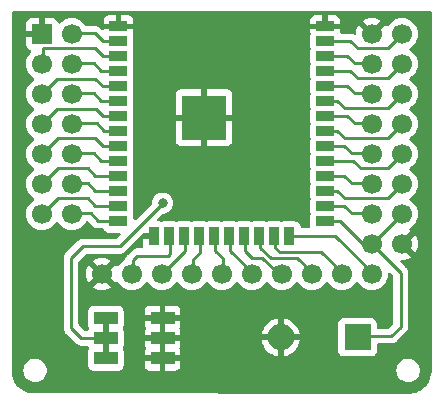
<source format=gbr>
%TF.GenerationSoftware,KiCad,Pcbnew,8.0.4*%
%TF.CreationDate,2024-08-06T00:37:43-04:00*%
%TF.ProjectId,ESP32-WROOM-Socket-Legacy-v2,45535033-322d-4575-924f-4f4d2d536f63,rev?*%
%TF.SameCoordinates,Original*%
%TF.FileFunction,Copper,L1,Top*%
%TF.FilePolarity,Positive*%
%FSLAX46Y46*%
G04 Gerber Fmt 4.6, Leading zero omitted, Abs format (unit mm)*
G04 Created by KiCad (PCBNEW 8.0.4) date 2024-08-06 00:37:43*
%MOMM*%
%LPD*%
G01*
G04 APERTURE LIST*
%TA.AperFunction,SMDPad,CuDef*%
%ADD10R,2.000000X1.100000*%
%TD*%
%TA.AperFunction,ComponentPad*%
%ADD11R,1.700000X1.700000*%
%TD*%
%TA.AperFunction,SMDPad,CuDef*%
%ADD12R,1.500000X0.900000*%
%TD*%
%TA.AperFunction,ComponentPad*%
%ADD13C,1.700000*%
%TD*%
%TA.AperFunction,SMDPad,CuDef*%
%ADD14R,0.900000X1.500000*%
%TD*%
%TA.AperFunction,SMDPad,CuDef*%
%ADD15R,3.800000X3.800000*%
%TD*%
%TA.AperFunction,SMDPad,CuDef*%
%ADD16R,2.250000X2.250000*%
%TD*%
%TA.AperFunction,SMDPad,CuDef*%
%ADD17O,2.250000X2.250000*%
%TD*%
%TA.AperFunction,ViaPad*%
%ADD18C,0.800000*%
%TD*%
%TA.AperFunction,Conductor*%
%ADD19C,0.250000*%
%TD*%
%TA.AperFunction,Conductor*%
%ADD20C,0.500000*%
%TD*%
G04 APERTURE END LIST*
D10*
%TO.P,D1,1,AB*%
%TO.N,Net-(D1-AB)*%
X150140000Y-105375000D03*
%TO.P,D1,2,KB*%
X150140000Y-107075000D03*
%TO.P,D1,3,AR*%
X150140000Y-108775000D03*
%TO.P,D1,4,KR*%
%TO.N,GND*%
X154940000Y-108775000D03*
%TO.P,D1,5,AG*%
X154940000Y-107075000D03*
%TO.P,D1,6,KR*%
X154940000Y-105375000D03*
%TD*%
D11*
%TO.P,U1,1,GND*%
%TO.N,GND*%
X144720000Y-81320000D03*
D12*
X151210000Y-80690000D03*
D13*
%TO.P,U1,2,VDD*%
%TO.N,+3V3*%
X147260000Y-81320000D03*
D12*
X151210000Y-81960000D03*
D13*
%TO.P,U1,3,EN*%
%TO.N,Net-(U1-EN)*%
X144720000Y-83860000D03*
D12*
X151210000Y-83230000D03*
D13*
%TO.P,U1,4,SENSOR_VP*%
%TO.N,unconnected-(U1-SENSOR_VP-Pad4)*%
X147260000Y-83860000D03*
D12*
X151210000Y-84500000D03*
D13*
%TO.P,U1,5,SENSOR_VN*%
%TO.N,unconnected-(U1-SENSOR_VN-Pad5)*%
X144720000Y-86400000D03*
D12*
X151210000Y-85770000D03*
D13*
%TO.P,U1,6,IO34*%
%TO.N,unconnected-(U1-IO34-Pad6)*%
X147260000Y-86400000D03*
D12*
X151210000Y-87040000D03*
D13*
%TO.P,U1,7,IO35*%
%TO.N,unconnected-(U1-IO35-Pad7)*%
X144720000Y-88940000D03*
D12*
X151210000Y-88310000D03*
D13*
%TO.P,U1,8,IO32*%
%TO.N,unconnected-(U1-IO32-Pad8)*%
X147260000Y-88940000D03*
D12*
X151210000Y-89580000D03*
D13*
%TO.P,U1,9,IO33*%
%TO.N,unconnected-(U1-IO33-Pad9)*%
X144720000Y-91480000D03*
D12*
X151210000Y-90850000D03*
D13*
%TO.P,U1,10,IO25*%
%TO.N,unconnected-(U1-IO25-Pad10)*%
X147260000Y-91480000D03*
D12*
X151210000Y-92120000D03*
D13*
%TO.P,U1,11,IO26*%
%TO.N,unconnected-(U1-IO26-Pad11)*%
X144720000Y-94020000D03*
D12*
X151210000Y-93390000D03*
D13*
%TO.P,U1,12,IO27*%
%TO.N,unconnected-(U1-IO27-Pad12)*%
X147260000Y-94020000D03*
D12*
X151210000Y-94660000D03*
D13*
%TO.P,U1,13,IO14*%
%TO.N,unconnected-(U1-IO14-Pad13)*%
X144720000Y-96560000D03*
D12*
X151210000Y-95930000D03*
D13*
%TO.P,U1,14,IO12*%
%TO.N,unconnected-(U1-IO12-Pad14)*%
X147260000Y-96560000D03*
D12*
X151210000Y-97200000D03*
D13*
%TO.P,U1,15,GND*%
%TO.N,GND*%
X149800000Y-101640000D03*
D14*
X154250000Y-98450000D03*
D13*
%TO.P,U1,16,IO13*%
%TO.N,unconnected-(U1-IO13-Pad16)*%
X152340000Y-101640000D03*
D14*
X155520000Y-98450000D03*
D13*
%TO.P,U1,17,SHD/SD2*%
%TO.N,unconnected-(U1-SHD{slash}SD2-Pad17)*%
X154880000Y-101640000D03*
D14*
X156790000Y-98450000D03*
D13*
%TO.P,U1,18,SWP/SD3*%
%TO.N,unconnected-(U1-SWP{slash}SD3-Pad18)*%
X157420000Y-101640000D03*
D14*
X158060000Y-98450000D03*
%TO.P,U1,19,SCS/CMD*%
%TO.N,unconnected-(U1-SCS{slash}CMD-Pad19)*%
X159330000Y-98450000D03*
D13*
X159960000Y-101640000D03*
D14*
%TO.P,U1,20,SCK/CLK*%
%TO.N,unconnected-(U1-SCK{slash}CLK-Pad20)*%
X160600000Y-98450000D03*
D13*
X162500000Y-101640000D03*
D14*
%TO.P,U1,21,SDO/SD0*%
%TO.N,unconnected-(U1-SDO{slash}SD0-Pad21)*%
X161870000Y-98450000D03*
D13*
X165040000Y-101640000D03*
D14*
%TO.P,U1,22,SDI/SD1*%
%TO.N,unconnected-(U1-SDI{slash}SD1-Pad22)*%
X163140000Y-98450000D03*
D13*
X167580000Y-101640000D03*
D14*
%TO.P,U1,23,IO15*%
%TO.N,unconnected-(U1-IO15-Pad23)*%
X164410000Y-98450000D03*
D13*
X170120000Y-101640000D03*
D14*
%TO.P,U1,24,IO2*%
%TO.N,unconnected-(U1-IO2-Pad24)*%
X165680000Y-98450000D03*
D13*
X172660000Y-101640000D03*
D12*
%TO.P,U1,25,IO0*%
%TO.N,/GPIO0*%
X168710000Y-97200000D03*
D13*
X172660000Y-99100000D03*
X175200000Y-96560000D03*
D12*
%TO.P,U1,26,IO4*%
%TO.N,unconnected-(U1-IO4-Pad26)*%
X168710000Y-95930000D03*
D13*
X172660000Y-96560000D03*
D12*
%TO.P,U1,27,IO16*%
%TO.N,unconnected-(U1-IO16-Pad27)*%
X168710000Y-94660000D03*
D13*
X175200000Y-94020000D03*
D12*
%TO.P,U1,28,IO17*%
%TO.N,unconnected-(U1-IO17-Pad28)*%
X168710000Y-93390000D03*
D13*
X172660000Y-94020000D03*
D12*
%TO.P,U1,29,IO5*%
%TO.N,unconnected-(U1-IO5-Pad29)*%
X168710000Y-92120000D03*
D13*
X175200000Y-91480000D03*
D12*
%TO.P,U1,30,IO18*%
%TO.N,unconnected-(U1-IO18-Pad30)*%
X168710000Y-90850000D03*
D13*
X172660000Y-91480000D03*
D12*
%TO.P,U1,31,IO19*%
%TO.N,unconnected-(U1-IO19-Pad31)*%
X168710000Y-89580000D03*
D13*
X175200000Y-88940000D03*
D12*
%TO.P,U1,32,NC*%
%TO.N,unconnected-(U1-NC-Pad32)*%
X168710000Y-88310000D03*
D13*
%TO.N,unconnected-(U1-NC-Pad32)_1*%
X172660000Y-88940000D03*
D12*
%TO.P,U1,33,IO21*%
%TO.N,unconnected-(U1-IO21-Pad33)*%
X168710000Y-87040000D03*
D13*
X175200000Y-86400000D03*
D12*
%TO.P,U1,34,RXD0/IO3*%
%TO.N,unconnected-(U1-RXD0{slash}IO3-Pad34)*%
X168710000Y-85770000D03*
D13*
X172660000Y-86400000D03*
D12*
%TO.P,U1,35,TXD0/IO1*%
%TO.N,unconnected-(U1-TXD0{slash}IO1-Pad35)*%
X168710000Y-84500000D03*
D13*
X175200000Y-83860000D03*
D12*
%TO.P,U1,36,IO22*%
%TO.N,unconnected-(U1-IO22-Pad36)*%
X168710000Y-83230000D03*
D13*
X172660000Y-83860000D03*
D12*
%TO.P,U1,37,IO23*%
%TO.N,unconnected-(U1-IO23-Pad37)*%
X168710000Y-81960000D03*
D13*
X175200000Y-81320000D03*
D12*
%TO.P,U1,38,GND*%
%TO.N,GND*%
X168710000Y-80690000D03*
D13*
X172660000Y-81320000D03*
X175200000Y-99100000D03*
D15*
%TO.P,U1,39,GND*%
X158460000Y-88410000D03*
%TD*%
D16*
%TO.P,SW2,1,1*%
%TO.N,/GPIO0*%
X171450000Y-107000000D03*
D17*
%TO.P,SW2,2,2*%
%TO.N,GND*%
X164950000Y-107000000D03*
%TD*%
D18*
%TO.N,Net-(D1-AB)*%
X154950000Y-95650000D03*
%TD*%
D19*
%TO.N,unconnected-(U1-SENSOR_VP-Pad4)*%
X147320000Y-83820000D02*
X149098000Y-83820000D01*
X149098000Y-83820000D02*
X149738000Y-84460000D01*
X149738000Y-84460000D02*
X151270000Y-84460000D01*
%TO.N,unconnected-(U1-SENSOR_VN-Pad5)*%
X144780000Y-86360000D02*
X146040000Y-85100000D01*
X149860000Y-85730000D02*
X151270000Y-85730000D01*
X149230000Y-85100000D02*
X149860000Y-85730000D01*
X146040000Y-85100000D02*
X149230000Y-85100000D01*
%TO.N,unconnected-(U1-IO34-Pad6)*%
X149098000Y-86360000D02*
X147320000Y-86360000D01*
X149738000Y-87000000D02*
X149098000Y-86360000D01*
X151270000Y-87000000D02*
X149738000Y-87000000D01*
%TO.N,unconnected-(U1-IO35-Pad7)*%
X145980000Y-87700000D02*
X149290000Y-87700000D01*
X149860000Y-88270000D02*
X151270000Y-88270000D01*
X144780000Y-88900000D02*
X145980000Y-87700000D01*
X149290000Y-87700000D02*
X149860000Y-88270000D01*
%TO.N,unconnected-(U1-IO32-Pad8)*%
X151270000Y-89540000D02*
X149992000Y-89540000D01*
X149352000Y-88900000D02*
X147320000Y-88900000D01*
X149992000Y-89540000D02*
X149352000Y-88900000D01*
%TO.N,unconnected-(U1-IO33-Pad9)*%
X149220000Y-90170000D02*
X149860000Y-90810000D01*
X146050000Y-90170000D02*
X149220000Y-90170000D01*
X144780000Y-91440000D02*
X146050000Y-90170000D01*
X149860000Y-90810000D02*
X151270000Y-90810000D01*
%TO.N,unconnected-(U1-IO25-Pad10)*%
X149738000Y-92080000D02*
X149098000Y-91440000D01*
X151270000Y-92080000D02*
X149738000Y-92080000D01*
X149098000Y-91440000D02*
X147320000Y-91440000D01*
%TO.N,unconnected-(U1-IO26-Pad11)*%
X148590000Y-92710000D02*
X146050000Y-92710000D01*
X149230000Y-93350000D02*
X148590000Y-92710000D01*
X146050000Y-92710000D02*
X144780000Y-93980000D01*
X151270000Y-93350000D02*
X149230000Y-93350000D01*
%TO.N,unconnected-(U1-IO27-Pad12)*%
X151270000Y-94620000D02*
X149230000Y-94620000D01*
X148590000Y-93980000D02*
X147320000Y-93980000D01*
X149230000Y-94620000D02*
X148590000Y-93980000D01*
%TO.N,unconnected-(U1-IO14-Pad13)*%
X144780000Y-96520000D02*
X146050000Y-95250000D01*
X146050000Y-95250000D02*
X148590000Y-95250000D01*
X149230000Y-95890000D02*
X151270000Y-95890000D01*
X148590000Y-95250000D02*
X149230000Y-95890000D01*
%TO.N,unconnected-(U1-IO12-Pad14)*%
X148844000Y-96520000D02*
X147320000Y-96520000D01*
X149484000Y-97160000D02*
X148844000Y-96520000D01*
X151270000Y-97160000D02*
X149484000Y-97160000D01*
%TO.N,unconnected-(U1-IO13-Pad16)*%
X152400000Y-101600000D02*
X152400000Y-100500000D01*
X155400000Y-100100000D02*
X155580000Y-99920000D01*
X152800000Y-100100000D02*
X155400000Y-100100000D01*
X155580000Y-99920000D02*
X155580000Y-98410000D01*
X152400000Y-100500000D02*
X152800000Y-100100000D01*
%TO.N,unconnected-(U1-SHD{slash}SD2-Pad17)*%
X154940000Y-101600000D02*
X156850000Y-99690000D01*
X156850000Y-99690000D02*
X156850000Y-98410000D01*
%TO.N,unconnected-(U1-SWP{slash}SD3-Pad18)*%
X157480000Y-100420000D02*
X158120000Y-99780000D01*
X158120000Y-99780000D02*
X158120000Y-98410000D01*
X157480000Y-101600000D02*
X157480000Y-100420000D01*
%TO.N,unconnected-(U1-SCS{slash}CMD-Pad19)*%
X160020000Y-101600000D02*
X160020000Y-100320000D01*
X159390000Y-99690000D02*
X159390000Y-98410000D01*
X160020000Y-100320000D02*
X159390000Y-99690000D01*
%TO.N,unconnected-(U1-SCK{slash}CLK-Pad20)*%
X162560000Y-101600000D02*
X160660000Y-99700000D01*
X160660000Y-99700000D02*
X160660000Y-98410000D01*
%TO.N,unconnected-(U1-SDO{slash}SD0-Pad21)*%
X163400000Y-100300000D02*
X162500000Y-100300000D01*
X161930000Y-99730000D02*
X161930000Y-98410000D01*
X164700000Y-101600000D02*
X163400000Y-100300000D01*
X165100000Y-101600000D02*
X164700000Y-101600000D01*
X162500000Y-100300000D02*
X161930000Y-99730000D01*
%TO.N,unconnected-(U1-SDI{slash}SD1-Pad22)*%
X164090000Y-100300000D02*
X166340000Y-100300000D01*
X163200000Y-98410000D02*
X163200000Y-99410000D01*
X166340000Y-100300000D02*
X167640000Y-101600000D01*
X163200000Y-99410000D02*
X164090000Y-100300000D01*
%TO.N,unconnected-(U1-IO15-Pad23)*%
X164470000Y-99410000D02*
X164860000Y-99800000D01*
X164470000Y-98410000D02*
X164470000Y-99410000D01*
X168380000Y-99800000D02*
X170180000Y-101600000D01*
X164860000Y-99800000D02*
X168380000Y-99800000D01*
%TO.N,unconnected-(U1-IO2-Pad24)*%
X169530000Y-98410000D02*
X172720000Y-101600000D01*
X165740000Y-98410000D02*
X169530000Y-98410000D01*
%TO.N,unconnected-(U1-IO4-Pad26)*%
X170942000Y-96520000D02*
X172720000Y-96520000D01*
X170312000Y-95890000D02*
X170942000Y-96520000D01*
X168770000Y-95890000D02*
X170312000Y-95890000D01*
%TO.N,unconnected-(U1-IO16-Pad27)*%
X173990000Y-95250000D02*
X175260000Y-93980000D01*
X169733000Y-94620000D02*
X170363000Y-95250000D01*
X170363000Y-95250000D02*
X173990000Y-95250000D01*
X168770000Y-94620000D02*
X169733000Y-94620000D01*
%TO.N,unconnected-(U1-IO17-Pad28)*%
X168770000Y-93350000D02*
X170312000Y-93350000D01*
X170942000Y-93980000D02*
X172720000Y-93980000D01*
X170312000Y-93350000D02*
X170942000Y-93980000D01*
%TO.N,unconnected-(U1-IO5-Pad29)*%
X171074000Y-92080000D02*
X171704000Y-92710000D01*
X173990000Y-92710000D02*
X175260000Y-91440000D01*
X168770000Y-92080000D02*
X171074000Y-92080000D01*
X171704000Y-92710000D02*
X173990000Y-92710000D01*
%TO.N,unconnected-(U1-IO18-Pad30)*%
X170942000Y-91440000D02*
X172720000Y-91440000D01*
X170312000Y-90810000D02*
X170942000Y-91440000D01*
X168770000Y-90810000D02*
X170312000Y-90810000D01*
%TO.N,unconnected-(U1-IO19-Pad31)*%
X173990000Y-90170000D02*
X175260000Y-88900000D01*
X168770000Y-89540000D02*
X169733000Y-89540000D01*
X170363000Y-90170000D02*
X173990000Y-90170000D01*
X169733000Y-89540000D02*
X170363000Y-90170000D01*
%TO.N,unconnected-(U1-NC-Pad32)*%
X171196000Y-88900000D02*
X172720000Y-88900000D01*
X168770000Y-88270000D02*
X170566000Y-88270000D01*
X170566000Y-88270000D02*
X171196000Y-88900000D01*
%TO.N,unconnected-(U1-IO21-Pad33)*%
X170363000Y-87630000D02*
X173990000Y-87630000D01*
X173990000Y-87630000D02*
X175260000Y-86360000D01*
X168770000Y-87000000D02*
X169733000Y-87000000D01*
X169733000Y-87000000D02*
X170363000Y-87630000D01*
%TO.N,unconnected-(U1-RXD0{slash}IO3-Pad34)*%
X168770000Y-85730000D02*
X170566000Y-85730000D01*
X170566000Y-85730000D02*
X171196000Y-86360000D01*
X171196000Y-86360000D02*
X172720000Y-86360000D01*
%TO.N,unconnected-(U1-TXD0{slash}IO1-Pad35)*%
X170820000Y-84460000D02*
X171450000Y-85090000D01*
X173990000Y-85090000D02*
X175260000Y-83820000D01*
X171450000Y-85090000D02*
X173990000Y-85090000D01*
X168770000Y-84460000D02*
X170820000Y-84460000D01*
%TO.N,unconnected-(U1-IO22-Pad36)*%
X168770000Y-83190000D02*
X170566000Y-83190000D01*
X170566000Y-83190000D02*
X171196000Y-83820000D01*
X171196000Y-83820000D02*
X172720000Y-83820000D01*
%TO.N,unconnected-(U1-IO23-Pad37)*%
X173990000Y-82550000D02*
X175260000Y-81280000D01*
X168770000Y-81920000D02*
X170820000Y-81920000D01*
X170820000Y-81920000D02*
X171450000Y-82550000D01*
X171450000Y-82550000D02*
X173990000Y-82550000D01*
%TO.N,+3V3*%
X149220000Y-81280000D02*
X149860000Y-81920000D01*
X151270000Y-81920000D02*
X149860000Y-81920000D01*
X147320000Y-81280000D02*
X149220000Y-81280000D01*
%TO.N,Net-(D1-AB)*%
X151300000Y-99300000D02*
X154950000Y-95650000D01*
X148200000Y-99300000D02*
X151300000Y-99300000D01*
X150140000Y-107075000D02*
X148075000Y-107075000D01*
D20*
X150140000Y-108775000D02*
X150140000Y-107075000D01*
D19*
X148075000Y-107075000D02*
X147200000Y-106200000D01*
D20*
X150140000Y-107075000D02*
X150140000Y-105375000D01*
D19*
X147200000Y-106200000D02*
X147200000Y-100300000D01*
X147200000Y-100300000D02*
X148200000Y-99300000D01*
%TO.N,Net-(U1-EN)*%
X149220000Y-82550000D02*
X144780000Y-82550000D01*
X149860000Y-83190000D02*
X149220000Y-82550000D01*
X151270000Y-83190000D02*
X149860000Y-83190000D01*
X144780000Y-82550000D02*
X144780000Y-83820000D01*
%TO.N,/GPIO0*%
X172660000Y-99100000D02*
X175100000Y-101540000D01*
X171826000Y-99060000D02*
X172720000Y-99060000D01*
X169926000Y-97160000D02*
X171826000Y-99060000D01*
X174300000Y-106900000D02*
X171600000Y-106900000D01*
X175100000Y-106100000D02*
X174300000Y-106900000D01*
X175100000Y-101540000D02*
X175100000Y-106100000D01*
X172720000Y-99060000D02*
X175260000Y-96520000D01*
X168770000Y-97160000D02*
X169926000Y-97160000D01*
%TD*%
%TA.AperFunction,Conductor*%
%TO.N,GND*%
G36*
X177683039Y-79409685D02*
G01*
X177728794Y-79462489D01*
X177740000Y-79514000D01*
X177740000Y-109798910D01*
X177739980Y-109801122D01*
X177737590Y-109935101D01*
X177736348Y-109950536D01*
X177698051Y-110216897D01*
X177694290Y-110234185D01*
X177618791Y-110491311D01*
X177612608Y-110507887D01*
X177501284Y-110751654D01*
X177492805Y-110767183D01*
X177347922Y-110992624D01*
X177337320Y-111006787D01*
X177161827Y-111209317D01*
X177149317Y-111221827D01*
X176946787Y-111397320D01*
X176932624Y-111407922D01*
X176707183Y-111552805D01*
X176691654Y-111561284D01*
X176447887Y-111672608D01*
X176431311Y-111678791D01*
X176174185Y-111754290D01*
X176156897Y-111758051D01*
X175911170Y-111793381D01*
X175893175Y-111794643D01*
X143566064Y-111703836D01*
X143531482Y-111698814D01*
X143463277Y-111678788D01*
X143446713Y-111672609D01*
X143202945Y-111561284D01*
X143187421Y-111552808D01*
X142961974Y-111407921D01*
X142947812Y-111397320D01*
X142745282Y-111221827D01*
X142732772Y-111209317D01*
X142557279Y-111006787D01*
X142546677Y-110992624D01*
X142401788Y-110767173D01*
X142393315Y-110751654D01*
X142388070Y-110740170D01*
X142331893Y-110617159D01*
X142281991Y-110507887D01*
X142275808Y-110491311D01*
X142205023Y-110250238D01*
X142200000Y-110215303D01*
X142200000Y-109800001D01*
X143152021Y-109800001D01*
X143172542Y-110001820D01*
X143233268Y-110195365D01*
X143233275Y-110195380D01*
X143331717Y-110372739D01*
X143331720Y-110372744D01*
X143463854Y-110526661D01*
X143463855Y-110526663D01*
X143624266Y-110650829D01*
X143624271Y-110650833D01*
X143806398Y-110740171D01*
X144002781Y-110791018D01*
X144205379Y-110801293D01*
X144405898Y-110770574D01*
X144596129Y-110700121D01*
X144768283Y-110592816D01*
X144915314Y-110453053D01*
X145031200Y-110286554D01*
X145111199Y-110100136D01*
X145152034Y-109901430D01*
X145153967Y-109824999D01*
X145154599Y-109800015D01*
X145154599Y-109799986D01*
X145152034Y-109698576D01*
X145152034Y-109698575D01*
X145152034Y-109698572D01*
X145111199Y-109499866D01*
X145031200Y-109313448D01*
X144971212Y-109227261D01*
X144915314Y-109146949D01*
X144768284Y-109007187D01*
X144768283Y-109007186D01*
X144596129Y-108899881D01*
X144487987Y-108859830D01*
X144405899Y-108829428D01*
X144405893Y-108829427D01*
X144205380Y-108798709D01*
X144205379Y-108798709D01*
X144104080Y-108803846D01*
X144002780Y-108808984D01*
X143806397Y-108859831D01*
X143624267Y-108949171D01*
X143463855Y-109073338D01*
X143463854Y-109073340D01*
X143331720Y-109227257D01*
X143331717Y-109227262D01*
X143233275Y-109404621D01*
X143233268Y-109404636D01*
X143172542Y-109598181D01*
X143152021Y-109800001D01*
X142200000Y-109800001D01*
X142200000Y-83859999D01*
X143364341Y-83859999D01*
X143364341Y-83860000D01*
X143384936Y-84095403D01*
X143384938Y-84095413D01*
X143446094Y-84323655D01*
X143446096Y-84323659D01*
X143446097Y-84323663D01*
X143450000Y-84332032D01*
X143545965Y-84537830D01*
X143545967Y-84537834D01*
X143681501Y-84731395D01*
X143681506Y-84731402D01*
X143848597Y-84898493D01*
X143848603Y-84898498D01*
X144034158Y-85028425D01*
X144077783Y-85083002D01*
X144084977Y-85152500D01*
X144053454Y-85214855D01*
X144034158Y-85231575D01*
X143848597Y-85361505D01*
X143681505Y-85528597D01*
X143545965Y-85722169D01*
X143545964Y-85722171D01*
X143446098Y-85936335D01*
X143446094Y-85936344D01*
X143384938Y-86164586D01*
X143384936Y-86164596D01*
X143364341Y-86399999D01*
X143364341Y-86400000D01*
X143384936Y-86635403D01*
X143384938Y-86635413D01*
X143446094Y-86863655D01*
X143446096Y-86863659D01*
X143446097Y-86863663D01*
X143450000Y-86872032D01*
X143545965Y-87077830D01*
X143545967Y-87077834D01*
X143681501Y-87271395D01*
X143681506Y-87271402D01*
X143848597Y-87438493D01*
X143848603Y-87438498D01*
X144034158Y-87568425D01*
X144077783Y-87623002D01*
X144084977Y-87692500D01*
X144053454Y-87754855D01*
X144034158Y-87771575D01*
X143848597Y-87901505D01*
X143681505Y-88068597D01*
X143545965Y-88262169D01*
X143545964Y-88262171D01*
X143446098Y-88476335D01*
X143446094Y-88476344D01*
X143384938Y-88704586D01*
X143384936Y-88704596D01*
X143364341Y-88939999D01*
X143364341Y-88940000D01*
X143384936Y-89175403D01*
X143384938Y-89175413D01*
X143446094Y-89403655D01*
X143446096Y-89403659D01*
X143446097Y-89403663D01*
X143450000Y-89412032D01*
X143545965Y-89617830D01*
X143545967Y-89617834D01*
X143681501Y-89811395D01*
X143681506Y-89811402D01*
X143848597Y-89978493D01*
X143848603Y-89978498D01*
X144034158Y-90108425D01*
X144077783Y-90163002D01*
X144084977Y-90232500D01*
X144053454Y-90294855D01*
X144034158Y-90311575D01*
X143848597Y-90441505D01*
X143681505Y-90608597D01*
X143545965Y-90802169D01*
X143545964Y-90802171D01*
X143446098Y-91016335D01*
X143446094Y-91016344D01*
X143384938Y-91244586D01*
X143384936Y-91244596D01*
X143364341Y-91479999D01*
X143364341Y-91480000D01*
X143384936Y-91715403D01*
X143384938Y-91715413D01*
X143446094Y-91943655D01*
X143446096Y-91943659D01*
X143446097Y-91943663D01*
X143450000Y-91952032D01*
X143545965Y-92157830D01*
X143545967Y-92157834D01*
X143681501Y-92351395D01*
X143681506Y-92351402D01*
X143848597Y-92518493D01*
X143848603Y-92518498D01*
X144034158Y-92648425D01*
X144077783Y-92703002D01*
X144084977Y-92772500D01*
X144053454Y-92834855D01*
X144034158Y-92851575D01*
X143848597Y-92981505D01*
X143681505Y-93148597D01*
X143545965Y-93342169D01*
X143545964Y-93342171D01*
X143446098Y-93556335D01*
X143446094Y-93556344D01*
X143384938Y-93784586D01*
X143384936Y-93784596D01*
X143364341Y-94019999D01*
X143364341Y-94020000D01*
X143384936Y-94255403D01*
X143384938Y-94255413D01*
X143446094Y-94483655D01*
X143446096Y-94483659D01*
X143446097Y-94483663D01*
X143450000Y-94492032D01*
X143545965Y-94697830D01*
X143545967Y-94697834D01*
X143681501Y-94891395D01*
X143681506Y-94891402D01*
X143848597Y-95058493D01*
X143848603Y-95058498D01*
X144034158Y-95188425D01*
X144077783Y-95243002D01*
X144084977Y-95312500D01*
X144053454Y-95374855D01*
X144034158Y-95391575D01*
X143848597Y-95521505D01*
X143681505Y-95688597D01*
X143545965Y-95882169D01*
X143545964Y-95882171D01*
X143446098Y-96096335D01*
X143446094Y-96096344D01*
X143384938Y-96324586D01*
X143384936Y-96324596D01*
X143364341Y-96559999D01*
X143364341Y-96560000D01*
X143384936Y-96795403D01*
X143384938Y-96795413D01*
X143446094Y-97023655D01*
X143446096Y-97023659D01*
X143446097Y-97023663D01*
X143531080Y-97205909D01*
X143545965Y-97237830D01*
X143545967Y-97237834D01*
X143654281Y-97392521D01*
X143681505Y-97431401D01*
X143848599Y-97598495D01*
X143925195Y-97652128D01*
X144042165Y-97734032D01*
X144042167Y-97734033D01*
X144042170Y-97734035D01*
X144256337Y-97833903D01*
X144484592Y-97895063D01*
X144672918Y-97911539D01*
X144719999Y-97915659D01*
X144720000Y-97915659D01*
X144720001Y-97915659D01*
X144759234Y-97912226D01*
X144955408Y-97895063D01*
X145183663Y-97833903D01*
X145397830Y-97734035D01*
X145591401Y-97598495D01*
X145758495Y-97431401D01*
X145888425Y-97245842D01*
X145943002Y-97202217D01*
X146012500Y-97195023D01*
X146074855Y-97226546D01*
X146091575Y-97245842D01*
X146221500Y-97431395D01*
X146221505Y-97431401D01*
X146388599Y-97598495D01*
X146465195Y-97652128D01*
X146582165Y-97734032D01*
X146582167Y-97734033D01*
X146582170Y-97734035D01*
X146796337Y-97833903D01*
X147024592Y-97895063D01*
X147212918Y-97911539D01*
X147259999Y-97915659D01*
X147260000Y-97915659D01*
X147260001Y-97915659D01*
X147299234Y-97912226D01*
X147495408Y-97895063D01*
X147723663Y-97833903D01*
X147937830Y-97734035D01*
X148131401Y-97598495D01*
X148298495Y-97431401D01*
X148434035Y-97237830D01*
X148436535Y-97232466D01*
X148482704Y-97180028D01*
X148549897Y-97160874D01*
X148616779Y-97181087D01*
X148636599Y-97197189D01*
X149085263Y-97645855D01*
X149085267Y-97645858D01*
X149187710Y-97714309D01*
X149187711Y-97714309D01*
X149187715Y-97714312D01*
X149254396Y-97741931D01*
X149254398Y-97741933D01*
X149291940Y-97757483D01*
X149301548Y-97761463D01*
X149319014Y-97764937D01*
X149396549Y-97780360D01*
X149422393Y-97785501D01*
X149422394Y-97785501D01*
X149551721Y-97785501D01*
X149551741Y-97785500D01*
X149890263Y-97785500D01*
X149957302Y-97805185D01*
X150003057Y-97857989D01*
X150006445Y-97866167D01*
X150016202Y-97892328D01*
X150016206Y-97892335D01*
X150102452Y-98007544D01*
X150102455Y-98007547D01*
X150217664Y-98093793D01*
X150217671Y-98093797D01*
X150352517Y-98144091D01*
X150352516Y-98144091D01*
X150359444Y-98144835D01*
X150412127Y-98150500D01*
X151265548Y-98150499D01*
X151332587Y-98170183D01*
X151378342Y-98222987D01*
X151388286Y-98292146D01*
X151359261Y-98355702D01*
X151353229Y-98362180D01*
X151077229Y-98638181D01*
X151015906Y-98671666D01*
X150989548Y-98674500D01*
X148267741Y-98674500D01*
X148267721Y-98674499D01*
X148261607Y-98674499D01*
X148138394Y-98674499D01*
X148037597Y-98694548D01*
X148037592Y-98694548D01*
X148017549Y-98698536D01*
X148017547Y-98698536D01*
X147970397Y-98718067D01*
X147903719Y-98745685D01*
X147903717Y-98745686D01*
X147801266Y-98814141D01*
X147801263Y-98814144D01*
X147049484Y-99565925D01*
X146801269Y-99814140D01*
X146801267Y-99814142D01*
X146773803Y-99841606D01*
X146714142Y-99901266D01*
X146692175Y-99934143D01*
X146645689Y-100003712D01*
X146645685Y-100003719D01*
X146621524Y-100062052D01*
X146621524Y-100062053D01*
X146606331Y-100098729D01*
X146606332Y-100098730D01*
X146605283Y-100101264D01*
X146598537Y-100117549D01*
X146578983Y-100215858D01*
X146574500Y-100238394D01*
X146574500Y-106138393D01*
X146574500Y-106261607D01*
X146574500Y-106261609D01*
X146574499Y-106261609D01*
X146581845Y-106298534D01*
X146581845Y-106298536D01*
X146598535Y-106382444D01*
X146598539Y-106382458D01*
X146609913Y-106409917D01*
X146645685Y-106496281D01*
X146645687Y-106496284D01*
X146645688Y-106496286D01*
X146645696Y-106496297D01*
X146679914Y-106547507D01*
X146679915Y-106547509D01*
X146714141Y-106598733D01*
X146805586Y-106690178D01*
X146805608Y-106690198D01*
X147586016Y-107470606D01*
X147586045Y-107470637D01*
X147676264Y-107560856D01*
X147676267Y-107560858D01*
X147753190Y-107612256D01*
X147778710Y-107629309D01*
X147778712Y-107629310D01*
X147778715Y-107629312D01*
X147845396Y-107656931D01*
X147845398Y-107656933D01*
X147883770Y-107672827D01*
X147892548Y-107676463D01*
X147952971Y-107688481D01*
X148013393Y-107700500D01*
X148013394Y-107700500D01*
X148547885Y-107700500D01*
X148614924Y-107720185D01*
X148660679Y-107772989D01*
X148664067Y-107781167D01*
X148699303Y-107875641D01*
X148697575Y-107876285D01*
X148710095Y-107933853D01*
X148698310Y-107973988D01*
X148699303Y-107974359D01*
X148645908Y-108117517D01*
X148639957Y-108172872D01*
X148639501Y-108177123D01*
X148639500Y-108177135D01*
X148639500Y-109372870D01*
X148639501Y-109372876D01*
X148645908Y-109432483D01*
X148696202Y-109567328D01*
X148696206Y-109567335D01*
X148782452Y-109682544D01*
X148782455Y-109682547D01*
X148897664Y-109768793D01*
X148897671Y-109768797D01*
X149032517Y-109819091D01*
X149032516Y-109819091D01*
X149039444Y-109819835D01*
X149092127Y-109825500D01*
X151187872Y-109825499D01*
X151247483Y-109819091D01*
X151382331Y-109768796D01*
X151497546Y-109682546D01*
X151583796Y-109567331D01*
X151634091Y-109432483D01*
X151640500Y-109372873D01*
X151640500Y-109372844D01*
X153440000Y-109372844D01*
X153446401Y-109432372D01*
X153446403Y-109432379D01*
X153496645Y-109567086D01*
X153496649Y-109567093D01*
X153582809Y-109682187D01*
X153582812Y-109682190D01*
X153697906Y-109768350D01*
X153697913Y-109768354D01*
X153832620Y-109818596D01*
X153832627Y-109818598D01*
X153892155Y-109824999D01*
X153892172Y-109825000D01*
X154690000Y-109825000D01*
X155190000Y-109825000D01*
X155987828Y-109825000D01*
X155987844Y-109824999D01*
X156047372Y-109818598D01*
X156047379Y-109818596D01*
X156097238Y-109800000D01*
X174737422Y-109800000D01*
X174757943Y-110001819D01*
X174818669Y-110195364D01*
X174818676Y-110195379D01*
X174917118Y-110372738D01*
X174917121Y-110372743D01*
X175049255Y-110526660D01*
X175049256Y-110526662D01*
X175134721Y-110592816D01*
X175209672Y-110650832D01*
X175391799Y-110740170D01*
X175588182Y-110791017D01*
X175790780Y-110801292D01*
X175991299Y-110770573D01*
X176181530Y-110700120D01*
X176353684Y-110592815D01*
X176500715Y-110453052D01*
X176616601Y-110286553D01*
X176696600Y-110100135D01*
X176737435Y-109901429D01*
X176740000Y-109800000D01*
X176739972Y-109798910D01*
X176737435Y-109698575D01*
X176737435Y-109698571D01*
X176696600Y-109499865D01*
X176616601Y-109313447D01*
X176556613Y-109227260D01*
X176500715Y-109146948D01*
X176353685Y-109007186D01*
X176353684Y-109007185D01*
X176181530Y-108899880D01*
X176181522Y-108899877D01*
X175991300Y-108829427D01*
X175991294Y-108829426D01*
X175790781Y-108798708D01*
X175790780Y-108798708D01*
X175689481Y-108803845D01*
X175588181Y-108808983D01*
X175391798Y-108859830D01*
X175209668Y-108949170D01*
X175049256Y-109073337D01*
X175049255Y-109073339D01*
X174917121Y-109227256D01*
X174917118Y-109227261D01*
X174818676Y-109404620D01*
X174818669Y-109404635D01*
X174757943Y-109598180D01*
X174737422Y-109800000D01*
X156097238Y-109800000D01*
X156182086Y-109768354D01*
X156182093Y-109768350D01*
X156297187Y-109682190D01*
X156297190Y-109682187D01*
X156383350Y-109567093D01*
X156383354Y-109567086D01*
X156433596Y-109432379D01*
X156433598Y-109432372D01*
X156439999Y-109372844D01*
X156440000Y-109372827D01*
X156440000Y-109025000D01*
X155190000Y-109025000D01*
X155190000Y-109825000D01*
X154690000Y-109825000D01*
X154690000Y-109025000D01*
X153440000Y-109025000D01*
X153440000Y-109372844D01*
X151640500Y-109372844D01*
X151640499Y-108177128D01*
X151634091Y-108117517D01*
X151583796Y-107982669D01*
X151583794Y-107982666D01*
X151580696Y-107974360D01*
X151582426Y-107973714D01*
X151569902Y-107916163D01*
X151581691Y-107876011D01*
X151580696Y-107875640D01*
X151583794Y-107867333D01*
X151583796Y-107867331D01*
X151634091Y-107732483D01*
X151640500Y-107672873D01*
X151640500Y-107672844D01*
X153440000Y-107672844D01*
X153446401Y-107732372D01*
X153446403Y-107732379D01*
X153499746Y-107875399D01*
X153498091Y-107876016D01*
X153510669Y-107933855D01*
X153498807Y-107974251D01*
X153499746Y-107974601D01*
X153446403Y-108117620D01*
X153446401Y-108117627D01*
X153440000Y-108177155D01*
X153440000Y-108525000D01*
X154690000Y-108525000D01*
X155190000Y-108525000D01*
X156440000Y-108525000D01*
X156440000Y-108177172D01*
X156439999Y-108177155D01*
X156433598Y-108117627D01*
X156433597Y-108117623D01*
X156380253Y-107974602D01*
X156381909Y-107973984D01*
X156369327Y-107916160D01*
X156381193Y-107875748D01*
X156380253Y-107875398D01*
X156433597Y-107732376D01*
X156433598Y-107732372D01*
X156439999Y-107672844D01*
X156440000Y-107672827D01*
X156440000Y-107325000D01*
X155190000Y-107325000D01*
X155190000Y-108525000D01*
X154690000Y-108525000D01*
X154690000Y-107325000D01*
X153440000Y-107325000D01*
X153440000Y-107672844D01*
X151640500Y-107672844D01*
X151640500Y-107250000D01*
X163339651Y-107250000D01*
X163340043Y-107254995D01*
X163340044Y-107254997D01*
X163399752Y-107503702D01*
X163497634Y-107740012D01*
X163497636Y-107740015D01*
X163631278Y-107958100D01*
X163631279Y-107958102D01*
X163797398Y-108152601D01*
X163991897Y-108318720D01*
X163991899Y-108318721D01*
X164209984Y-108452363D01*
X164209987Y-108452365D01*
X164446297Y-108550247D01*
X164695010Y-108609957D01*
X164700000Y-108610348D01*
X165200000Y-108610348D01*
X165204989Y-108609957D01*
X165453702Y-108550247D01*
X165690012Y-108452365D01*
X165690015Y-108452363D01*
X165908100Y-108318721D01*
X165908102Y-108318720D01*
X166102601Y-108152601D01*
X166268720Y-107958102D01*
X166268721Y-107958100D01*
X166402363Y-107740015D01*
X166402365Y-107740012D01*
X166500247Y-107503702D01*
X166559955Y-107254997D01*
X166559956Y-107254995D01*
X166560349Y-107250000D01*
X165200000Y-107250000D01*
X165200000Y-108610348D01*
X164700000Y-108610348D01*
X164700000Y-107250000D01*
X163339651Y-107250000D01*
X151640500Y-107250000D01*
X151640499Y-106477128D01*
X151634091Y-106417517D01*
X151583796Y-106282669D01*
X151583794Y-106282666D01*
X151580696Y-106274360D01*
X151582426Y-106273714D01*
X151569902Y-106216163D01*
X151581691Y-106176011D01*
X151580696Y-106175640D01*
X151583794Y-106167333D01*
X151583796Y-106167331D01*
X151634091Y-106032483D01*
X151640500Y-105972873D01*
X151640500Y-105972844D01*
X153440000Y-105972844D01*
X153446401Y-106032372D01*
X153446403Y-106032379D01*
X153499746Y-106175399D01*
X153498091Y-106176016D01*
X153510669Y-106233855D01*
X153498807Y-106274251D01*
X153499746Y-106274601D01*
X153446403Y-106417620D01*
X153446401Y-106417627D01*
X153440000Y-106477155D01*
X153440000Y-106825000D01*
X154690000Y-106825000D01*
X155190000Y-106825000D01*
X156440000Y-106825000D01*
X156440000Y-106750000D01*
X163339651Y-106750000D01*
X164700000Y-106750000D01*
X165200000Y-106750000D01*
X166560349Y-106750000D01*
X166559956Y-106745004D01*
X166559955Y-106745002D01*
X166500247Y-106496297D01*
X166402365Y-106259987D01*
X166402363Y-106259984D01*
X166268721Y-106041899D01*
X166268720Y-106041897D01*
X166102601Y-105847398D01*
X165908102Y-105681279D01*
X165908100Y-105681278D01*
X165690015Y-105547636D01*
X165690012Y-105547634D01*
X165453702Y-105449752D01*
X165204997Y-105390044D01*
X165204995Y-105390043D01*
X165200000Y-105389650D01*
X165200000Y-106750000D01*
X164700000Y-106750000D01*
X164700000Y-105389650D01*
X164695004Y-105390043D01*
X164695002Y-105390044D01*
X164446297Y-105449752D01*
X164209987Y-105547634D01*
X164209984Y-105547636D01*
X163991899Y-105681278D01*
X163991897Y-105681279D01*
X163797398Y-105847398D01*
X163631279Y-106041897D01*
X163631278Y-106041899D01*
X163497636Y-106259984D01*
X163497634Y-106259987D01*
X163399752Y-106496297D01*
X163340044Y-106745002D01*
X163340043Y-106745004D01*
X163339651Y-106750000D01*
X156440000Y-106750000D01*
X156440000Y-106477172D01*
X156439999Y-106477155D01*
X156433598Y-106417627D01*
X156433597Y-106417623D01*
X156380253Y-106274602D01*
X156381909Y-106273984D01*
X156369327Y-106216160D01*
X156381193Y-106175748D01*
X156380253Y-106175398D01*
X156433597Y-106032376D01*
X156433598Y-106032372D01*
X156439999Y-105972844D01*
X156440000Y-105972827D01*
X156440000Y-105625000D01*
X155190000Y-105625000D01*
X155190000Y-106825000D01*
X154690000Y-106825000D01*
X154690000Y-105625000D01*
X153440000Y-105625000D01*
X153440000Y-105972844D01*
X151640500Y-105972844D01*
X151640499Y-104777155D01*
X153440000Y-104777155D01*
X153440000Y-105125000D01*
X154690000Y-105125000D01*
X155190000Y-105125000D01*
X156440000Y-105125000D01*
X156440000Y-104777172D01*
X156439999Y-104777155D01*
X156433598Y-104717627D01*
X156433596Y-104717620D01*
X156383354Y-104582913D01*
X156383350Y-104582906D01*
X156297190Y-104467812D01*
X156297187Y-104467809D01*
X156182093Y-104381649D01*
X156182086Y-104381645D01*
X156047379Y-104331403D01*
X156047372Y-104331401D01*
X155987844Y-104325000D01*
X155190000Y-104325000D01*
X155190000Y-105125000D01*
X154690000Y-105125000D01*
X154690000Y-104325000D01*
X153892155Y-104325000D01*
X153832627Y-104331401D01*
X153832620Y-104331403D01*
X153697913Y-104381645D01*
X153697906Y-104381649D01*
X153582812Y-104467809D01*
X153582809Y-104467812D01*
X153496649Y-104582906D01*
X153496645Y-104582913D01*
X153446403Y-104717620D01*
X153446401Y-104717627D01*
X153440000Y-104777155D01*
X151640499Y-104777155D01*
X151640499Y-104777128D01*
X151634091Y-104717517D01*
X151583884Y-104582906D01*
X151583797Y-104582671D01*
X151583793Y-104582664D01*
X151497547Y-104467455D01*
X151497544Y-104467452D01*
X151382335Y-104381206D01*
X151382328Y-104381202D01*
X151247482Y-104330908D01*
X151247483Y-104330908D01*
X151187883Y-104324501D01*
X151187881Y-104324500D01*
X151187873Y-104324500D01*
X151187864Y-104324500D01*
X149092129Y-104324500D01*
X149092123Y-104324501D01*
X149032516Y-104330908D01*
X148897671Y-104381202D01*
X148897664Y-104381206D01*
X148782455Y-104467452D01*
X148782452Y-104467455D01*
X148696206Y-104582664D01*
X148696202Y-104582671D01*
X148645908Y-104717517D01*
X148639501Y-104777116D01*
X148639501Y-104777123D01*
X148639500Y-104777135D01*
X148639500Y-105972870D01*
X148639501Y-105972876D01*
X148645908Y-106032483D01*
X148699303Y-106175641D01*
X148697575Y-106176285D01*
X148710095Y-106233853D01*
X148698309Y-106273989D01*
X148699303Y-106274360D01*
X148664066Y-106368834D01*
X148622194Y-106424767D01*
X148556730Y-106449184D01*
X148547884Y-106449500D01*
X148385452Y-106449500D01*
X148318413Y-106429815D01*
X148297771Y-106413181D01*
X147861819Y-105977229D01*
X147828334Y-105915906D01*
X147825500Y-105889548D01*
X147825500Y-100610452D01*
X147845185Y-100543413D01*
X147861819Y-100522771D01*
X148422772Y-99961819D01*
X148484095Y-99928334D01*
X148510453Y-99925500D01*
X151361608Y-99925500D01*
X151361608Y-99925499D01*
X151427210Y-99912451D01*
X151427212Y-99912451D01*
X151482442Y-99901465D01*
X151482442Y-99901464D01*
X151482452Y-99901463D01*
X151515792Y-99887652D01*
X151596286Y-99854312D01*
X151596289Y-99854309D01*
X151596291Y-99854309D01*
X151620721Y-99837984D01*
X151649825Y-99818537D01*
X151698733Y-99785858D01*
X151785858Y-99698733D01*
X151785858Y-99698731D01*
X151796066Y-99688524D01*
X151796067Y-99688521D01*
X153248272Y-98236317D01*
X153309593Y-98202834D01*
X153335951Y-98200000D01*
X154376000Y-98200000D01*
X154443039Y-98219685D01*
X154488794Y-98272489D01*
X154500000Y-98324000D01*
X154500000Y-98576000D01*
X154480315Y-98643039D01*
X154427511Y-98688794D01*
X154376000Y-98700000D01*
X153300000Y-98700000D01*
X153300000Y-99247844D01*
X153306401Y-99307372D01*
X153308187Y-99314930D01*
X153306900Y-99315233D01*
X153311309Y-99376856D01*
X153277825Y-99438180D01*
X153216502Y-99471666D01*
X153190142Y-99474500D01*
X152738388Y-99474500D01*
X152617555Y-99498535D01*
X152617547Y-99498537D01*
X152503716Y-99545687D01*
X152426102Y-99597547D01*
X152426101Y-99597549D01*
X152422433Y-99600000D01*
X152401260Y-99614147D01*
X152094142Y-99921267D01*
X152001269Y-100014140D01*
X152001267Y-100014142D01*
X151957705Y-100057703D01*
X151914144Y-100101264D01*
X151914142Y-100101267D01*
X151895790Y-100128733D01*
X151895789Y-100128735D01*
X151895788Y-100128734D01*
X151845689Y-100203712D01*
X151845685Y-100203719D01*
X151819948Y-100265857D01*
X151819948Y-100265858D01*
X151798538Y-100317545D01*
X151798535Y-100317554D01*
X151792198Y-100349415D01*
X151759813Y-100411326D01*
X151722988Y-100437604D01*
X151662172Y-100465963D01*
X151662169Y-100465965D01*
X151468597Y-100601505D01*
X151301505Y-100768597D01*
X151171269Y-100954595D01*
X151116692Y-100998220D01*
X151047194Y-101005414D01*
X150984839Y-100973891D01*
X150968119Y-100954595D01*
X150914925Y-100878626D01*
X150914925Y-100878625D01*
X150282962Y-101510589D01*
X150265925Y-101447007D01*
X150200099Y-101332993D01*
X150107007Y-101239901D01*
X149992993Y-101174075D01*
X149929410Y-101157037D01*
X150561373Y-100525073D01*
X150561373Y-100525072D01*
X150477583Y-100466402D01*
X150477579Y-100466400D01*
X150263492Y-100366570D01*
X150263483Y-100366566D01*
X150035326Y-100305432D01*
X150035315Y-100305430D01*
X149800002Y-100284843D01*
X149799998Y-100284843D01*
X149564684Y-100305430D01*
X149564673Y-100305432D01*
X149336516Y-100366566D01*
X149336507Y-100366570D01*
X149122419Y-100466401D01*
X149038625Y-100525072D01*
X149670590Y-101157037D01*
X149607007Y-101174075D01*
X149492993Y-101239901D01*
X149399901Y-101332993D01*
X149334075Y-101447007D01*
X149317037Y-101510589D01*
X148685073Y-100878625D01*
X148685072Y-100878625D01*
X148626401Y-100962419D01*
X148526570Y-101176507D01*
X148526566Y-101176516D01*
X148465432Y-101404673D01*
X148465430Y-101404684D01*
X148444843Y-101639998D01*
X148444843Y-101640001D01*
X148465430Y-101875315D01*
X148465432Y-101875326D01*
X148526566Y-102103483D01*
X148526570Y-102103492D01*
X148626400Y-102317579D01*
X148626402Y-102317583D01*
X148685072Y-102401373D01*
X148685073Y-102401373D01*
X149317037Y-101769409D01*
X149334075Y-101832993D01*
X149399901Y-101947007D01*
X149492993Y-102040099D01*
X149607007Y-102105925D01*
X149670590Y-102122962D01*
X149038625Y-102754925D01*
X149122421Y-102813599D01*
X149336507Y-102913429D01*
X149336516Y-102913433D01*
X149564673Y-102974567D01*
X149564684Y-102974569D01*
X149799998Y-102995157D01*
X149800002Y-102995157D01*
X150035315Y-102974569D01*
X150035326Y-102974567D01*
X150263483Y-102913433D01*
X150263492Y-102913429D01*
X150477578Y-102813600D01*
X150477582Y-102813598D01*
X150561373Y-102754926D01*
X150561373Y-102754925D01*
X149929409Y-102122962D01*
X149992993Y-102105925D01*
X150107007Y-102040099D01*
X150200099Y-101947007D01*
X150265925Y-101832993D01*
X150282962Y-101769409D01*
X150914925Y-102401373D01*
X150968119Y-102325405D01*
X151022696Y-102281781D01*
X151092195Y-102274588D01*
X151154549Y-102306110D01*
X151171269Y-102325405D01*
X151301505Y-102511401D01*
X151468599Y-102678495D01*
X151565384Y-102746265D01*
X151662165Y-102814032D01*
X151662167Y-102814033D01*
X151662170Y-102814035D01*
X151876337Y-102913903D01*
X152104592Y-102975063D01*
X152292918Y-102991539D01*
X152339999Y-102995659D01*
X152340000Y-102995659D01*
X152340001Y-102995659D01*
X152379234Y-102992226D01*
X152575408Y-102975063D01*
X152803663Y-102913903D01*
X153017830Y-102814035D01*
X153211401Y-102678495D01*
X153378495Y-102511401D01*
X153508425Y-102325842D01*
X153563002Y-102282217D01*
X153632500Y-102275023D01*
X153694855Y-102306546D01*
X153711575Y-102325842D01*
X153841500Y-102511395D01*
X153841505Y-102511401D01*
X154008599Y-102678495D01*
X154105384Y-102746265D01*
X154202165Y-102814032D01*
X154202167Y-102814033D01*
X154202170Y-102814035D01*
X154416337Y-102913903D01*
X154644592Y-102975063D01*
X154832918Y-102991539D01*
X154879999Y-102995659D01*
X154880000Y-102995659D01*
X154880001Y-102995659D01*
X154919234Y-102992226D01*
X155115408Y-102975063D01*
X155343663Y-102913903D01*
X155557830Y-102814035D01*
X155751401Y-102678495D01*
X155918495Y-102511401D01*
X156048425Y-102325842D01*
X156103002Y-102282217D01*
X156172500Y-102275023D01*
X156234855Y-102306546D01*
X156251575Y-102325842D01*
X156381500Y-102511395D01*
X156381505Y-102511401D01*
X156548599Y-102678495D01*
X156645384Y-102746265D01*
X156742165Y-102814032D01*
X156742167Y-102814033D01*
X156742170Y-102814035D01*
X156956337Y-102913903D01*
X157184592Y-102975063D01*
X157372918Y-102991539D01*
X157419999Y-102995659D01*
X157420000Y-102995659D01*
X157420001Y-102995659D01*
X157459234Y-102992226D01*
X157655408Y-102975063D01*
X157883663Y-102913903D01*
X158097830Y-102814035D01*
X158291401Y-102678495D01*
X158458495Y-102511401D01*
X158588425Y-102325842D01*
X158643002Y-102282217D01*
X158712500Y-102275023D01*
X158774855Y-102306546D01*
X158791575Y-102325842D01*
X158921500Y-102511395D01*
X158921505Y-102511401D01*
X159088599Y-102678495D01*
X159185384Y-102746265D01*
X159282165Y-102814032D01*
X159282167Y-102814033D01*
X159282170Y-102814035D01*
X159496337Y-102913903D01*
X159724592Y-102975063D01*
X159912918Y-102991539D01*
X159959999Y-102995659D01*
X159960000Y-102995659D01*
X159960001Y-102995659D01*
X159999234Y-102992226D01*
X160195408Y-102975063D01*
X160423663Y-102913903D01*
X160637830Y-102814035D01*
X160831401Y-102678495D01*
X160998495Y-102511401D01*
X161128425Y-102325842D01*
X161183002Y-102282217D01*
X161252500Y-102275023D01*
X161314855Y-102306546D01*
X161331575Y-102325842D01*
X161461500Y-102511395D01*
X161461505Y-102511401D01*
X161628599Y-102678495D01*
X161725384Y-102746265D01*
X161822165Y-102814032D01*
X161822167Y-102814033D01*
X161822170Y-102814035D01*
X162036337Y-102913903D01*
X162264592Y-102975063D01*
X162452918Y-102991539D01*
X162499999Y-102995659D01*
X162500000Y-102995659D01*
X162500001Y-102995659D01*
X162539234Y-102992226D01*
X162735408Y-102975063D01*
X162963663Y-102913903D01*
X163177830Y-102814035D01*
X163371401Y-102678495D01*
X163538495Y-102511401D01*
X163668425Y-102325842D01*
X163723002Y-102282217D01*
X163792500Y-102275023D01*
X163854855Y-102306546D01*
X163871575Y-102325842D01*
X164001500Y-102511395D01*
X164001505Y-102511401D01*
X164168599Y-102678495D01*
X164265384Y-102746265D01*
X164362165Y-102814032D01*
X164362167Y-102814033D01*
X164362170Y-102814035D01*
X164576337Y-102913903D01*
X164804592Y-102975063D01*
X164992918Y-102991539D01*
X165039999Y-102995659D01*
X165040000Y-102995659D01*
X165040001Y-102995659D01*
X165079234Y-102992226D01*
X165275408Y-102975063D01*
X165503663Y-102913903D01*
X165717830Y-102814035D01*
X165911401Y-102678495D01*
X166078495Y-102511401D01*
X166208425Y-102325842D01*
X166263002Y-102282217D01*
X166332500Y-102275023D01*
X166394855Y-102306546D01*
X166411575Y-102325842D01*
X166541500Y-102511395D01*
X166541505Y-102511401D01*
X166708599Y-102678495D01*
X166805384Y-102746265D01*
X166902165Y-102814032D01*
X166902167Y-102814033D01*
X166902170Y-102814035D01*
X167116337Y-102913903D01*
X167344592Y-102975063D01*
X167532918Y-102991539D01*
X167579999Y-102995659D01*
X167580000Y-102995659D01*
X167580001Y-102995659D01*
X167619234Y-102992226D01*
X167815408Y-102975063D01*
X168043663Y-102913903D01*
X168257830Y-102814035D01*
X168451401Y-102678495D01*
X168618495Y-102511401D01*
X168748425Y-102325842D01*
X168803002Y-102282217D01*
X168872500Y-102275023D01*
X168934855Y-102306546D01*
X168951575Y-102325842D01*
X169081500Y-102511395D01*
X169081505Y-102511401D01*
X169248599Y-102678495D01*
X169345384Y-102746265D01*
X169442165Y-102814032D01*
X169442167Y-102814033D01*
X169442170Y-102814035D01*
X169656337Y-102913903D01*
X169884592Y-102975063D01*
X170072918Y-102991539D01*
X170119999Y-102995659D01*
X170120000Y-102995659D01*
X170120001Y-102995659D01*
X170159234Y-102992226D01*
X170355408Y-102975063D01*
X170583663Y-102913903D01*
X170797830Y-102814035D01*
X170991401Y-102678495D01*
X171158495Y-102511401D01*
X171288425Y-102325842D01*
X171343002Y-102282217D01*
X171412500Y-102275023D01*
X171474855Y-102306546D01*
X171491575Y-102325842D01*
X171621500Y-102511395D01*
X171621505Y-102511401D01*
X171788599Y-102678495D01*
X171885384Y-102746265D01*
X171982165Y-102814032D01*
X171982167Y-102814033D01*
X171982170Y-102814035D01*
X172196337Y-102913903D01*
X172424592Y-102975063D01*
X172612918Y-102991539D01*
X172659999Y-102995659D01*
X172660000Y-102995659D01*
X172660001Y-102995659D01*
X172699234Y-102992226D01*
X172895408Y-102975063D01*
X173123663Y-102913903D01*
X173337830Y-102814035D01*
X173531401Y-102678495D01*
X173698495Y-102511401D01*
X173834035Y-102317830D01*
X173933903Y-102103663D01*
X173995063Y-101875408D01*
X174015659Y-101640000D01*
X174015659Y-101639998D01*
X174015659Y-101639611D01*
X174015707Y-101639445D01*
X174016131Y-101634606D01*
X174017103Y-101634691D01*
X174035344Y-101572572D01*
X174088148Y-101526817D01*
X174157306Y-101516873D01*
X174220862Y-101545898D01*
X174227340Y-101551930D01*
X174438181Y-101762771D01*
X174471666Y-101824094D01*
X174474500Y-101850452D01*
X174474500Y-105789548D01*
X174454815Y-105856587D01*
X174438181Y-105877229D01*
X174077229Y-106238181D01*
X174015906Y-106271666D01*
X173989548Y-106274500D01*
X173199499Y-106274500D01*
X173132460Y-106254815D01*
X173086705Y-106202011D01*
X173075499Y-106150500D01*
X173075499Y-105827129D01*
X173075498Y-105827123D01*
X173075497Y-105827116D01*
X173069091Y-105767517D01*
X173036926Y-105681279D01*
X173018797Y-105632671D01*
X173018793Y-105632664D01*
X172932547Y-105517455D01*
X172932544Y-105517452D01*
X172817335Y-105431206D01*
X172817328Y-105431202D01*
X172682482Y-105380908D01*
X172682483Y-105380908D01*
X172622883Y-105374501D01*
X172622881Y-105374500D01*
X172622873Y-105374500D01*
X172622864Y-105374500D01*
X170277129Y-105374500D01*
X170277123Y-105374501D01*
X170217516Y-105380908D01*
X170082671Y-105431202D01*
X170082664Y-105431206D01*
X169967455Y-105517452D01*
X169967452Y-105517455D01*
X169881206Y-105632664D01*
X169881202Y-105632671D01*
X169830908Y-105767517D01*
X169828540Y-105789548D01*
X169824501Y-105827123D01*
X169824500Y-105827135D01*
X169824500Y-108172870D01*
X169824501Y-108172876D01*
X169830908Y-108232483D01*
X169881202Y-108367328D01*
X169881206Y-108367335D01*
X169967452Y-108482544D01*
X169967455Y-108482547D01*
X170082664Y-108568793D01*
X170082671Y-108568797D01*
X170217517Y-108619091D01*
X170217516Y-108619091D01*
X170224444Y-108619835D01*
X170277127Y-108625500D01*
X172622872Y-108625499D01*
X172682483Y-108619091D01*
X172817331Y-108568796D01*
X172932546Y-108482546D01*
X173018796Y-108367331D01*
X173069091Y-108232483D01*
X173075500Y-108172873D01*
X173075500Y-107649500D01*
X173095185Y-107582461D01*
X173147989Y-107536706D01*
X173199500Y-107525500D01*
X174361607Y-107525500D01*
X174422029Y-107513481D01*
X174482452Y-107501463D01*
X174482455Y-107501461D01*
X174482458Y-107501461D01*
X174515787Y-107487654D01*
X174515786Y-107487654D01*
X174515792Y-107487652D01*
X174596286Y-107454312D01*
X174647509Y-107420084D01*
X174698733Y-107385858D01*
X174785858Y-107298733D01*
X174785859Y-107298731D01*
X174792925Y-107291665D01*
X174792928Y-107291661D01*
X175498729Y-106585860D01*
X175498733Y-106585858D01*
X175585858Y-106498733D01*
X175615582Y-106454247D01*
X175652947Y-106398328D01*
X175652949Y-106398325D01*
X175654311Y-106396286D01*
X175654312Y-106396285D01*
X175701463Y-106282451D01*
X175725500Y-106161607D01*
X175725500Y-106038393D01*
X175725500Y-101478394D01*
X175701463Y-101357548D01*
X175687652Y-101324207D01*
X175654312Y-101243714D01*
X175609291Y-101176337D01*
X175597603Y-101158844D01*
X175585859Y-101141268D01*
X175585855Y-101141263D01*
X175495637Y-101051045D01*
X175495606Y-101051016D01*
X175111428Y-100666838D01*
X175077943Y-100605515D01*
X175082927Y-100535823D01*
X175124799Y-100479890D01*
X175190263Y-100455473D01*
X175199109Y-100455157D01*
X175200002Y-100455157D01*
X175435315Y-100434569D01*
X175435326Y-100434567D01*
X175663483Y-100373433D01*
X175663492Y-100373429D01*
X175877578Y-100273600D01*
X175877582Y-100273598D01*
X175961373Y-100214926D01*
X175961373Y-100214925D01*
X175329410Y-99582962D01*
X175392993Y-99565925D01*
X175507007Y-99500099D01*
X175600099Y-99407007D01*
X175665925Y-99292993D01*
X175682962Y-99229410D01*
X176314925Y-99861373D01*
X176314926Y-99861373D01*
X176373598Y-99777582D01*
X176373600Y-99777578D01*
X176473429Y-99563492D01*
X176473433Y-99563483D01*
X176534567Y-99335326D01*
X176534569Y-99335315D01*
X176555157Y-99100001D01*
X176555157Y-99099998D01*
X176534569Y-98864684D01*
X176534567Y-98864673D01*
X176473433Y-98636516D01*
X176473429Y-98636507D01*
X176373600Y-98422423D01*
X176373599Y-98422421D01*
X176314925Y-98338626D01*
X176314925Y-98338625D01*
X175682962Y-98970589D01*
X175665925Y-98907007D01*
X175600099Y-98792993D01*
X175507007Y-98699901D01*
X175392993Y-98634075D01*
X175329409Y-98617037D01*
X175961373Y-97985073D01*
X175961373Y-97985072D01*
X175885405Y-97931880D01*
X175841780Y-97877304D01*
X175834586Y-97807805D01*
X175866108Y-97745451D01*
X175885399Y-97728734D01*
X176071401Y-97598495D01*
X176238495Y-97431401D01*
X176374035Y-97237830D01*
X176473903Y-97023663D01*
X176535063Y-96795408D01*
X176555659Y-96560000D01*
X176554479Y-96546518D01*
X176535063Y-96324596D01*
X176535063Y-96324592D01*
X176473903Y-96096337D01*
X176374035Y-95882171D01*
X176238495Y-95688599D01*
X176238494Y-95688597D01*
X176071402Y-95521506D01*
X176071396Y-95521501D01*
X175885842Y-95391575D01*
X175842217Y-95336998D01*
X175835023Y-95267500D01*
X175866546Y-95205145D01*
X175885842Y-95188425D01*
X175986726Y-95117785D01*
X176071401Y-95058495D01*
X176238495Y-94891401D01*
X176374035Y-94697830D01*
X176473903Y-94483663D01*
X176535063Y-94255408D01*
X176555659Y-94020000D01*
X176535063Y-93784592D01*
X176473903Y-93556337D01*
X176374035Y-93342171D01*
X176238495Y-93148599D01*
X176238494Y-93148597D01*
X176071402Y-92981506D01*
X176071396Y-92981501D01*
X175885842Y-92851575D01*
X175842217Y-92796998D01*
X175835023Y-92727500D01*
X175866546Y-92665145D01*
X175885842Y-92648425D01*
X175929487Y-92617864D01*
X176071401Y-92518495D01*
X176238495Y-92351401D01*
X176374035Y-92157830D01*
X176473903Y-91943663D01*
X176535063Y-91715408D01*
X176555659Y-91480000D01*
X176535063Y-91244592D01*
X176473903Y-91016337D01*
X176374035Y-90802171D01*
X176339854Y-90753354D01*
X176238494Y-90608597D01*
X176071402Y-90441506D01*
X176071396Y-90441501D01*
X175885842Y-90311575D01*
X175842217Y-90256998D01*
X175835023Y-90187500D01*
X175866546Y-90125145D01*
X175885842Y-90108425D01*
X175929487Y-90077864D01*
X176071401Y-89978495D01*
X176238495Y-89811401D01*
X176374035Y-89617830D01*
X176473903Y-89403663D01*
X176535063Y-89175408D01*
X176555659Y-88940000D01*
X176535063Y-88704592D01*
X176473903Y-88476337D01*
X176374035Y-88262171D01*
X176302495Y-88160000D01*
X176238494Y-88068597D01*
X176071402Y-87901506D01*
X176071396Y-87901501D01*
X175885842Y-87771575D01*
X175842217Y-87716998D01*
X175835023Y-87647500D01*
X175866546Y-87585145D01*
X175885842Y-87568425D01*
X175929487Y-87537864D01*
X176071401Y-87438495D01*
X176238495Y-87271401D01*
X176374035Y-87077830D01*
X176473903Y-86863663D01*
X176535063Y-86635408D01*
X176555659Y-86400000D01*
X176535063Y-86164592D01*
X176473903Y-85936337D01*
X176374035Y-85722171D01*
X176238495Y-85528599D01*
X176238494Y-85528597D01*
X176071402Y-85361506D01*
X176071396Y-85361501D01*
X175885842Y-85231575D01*
X175842217Y-85176998D01*
X175835023Y-85107500D01*
X175866546Y-85045145D01*
X175885842Y-85028425D01*
X175929487Y-84997864D01*
X176071401Y-84898495D01*
X176238495Y-84731401D01*
X176374035Y-84537830D01*
X176473903Y-84323663D01*
X176535063Y-84095408D01*
X176555659Y-83860000D01*
X176535063Y-83624592D01*
X176473903Y-83396337D01*
X176374035Y-83182171D01*
X176238495Y-82988599D01*
X176238494Y-82988597D01*
X176071402Y-82821506D01*
X176071396Y-82821501D01*
X175885842Y-82691575D01*
X175842217Y-82636998D01*
X175835023Y-82567500D01*
X175866546Y-82505145D01*
X175885842Y-82488425D01*
X175994865Y-82412086D01*
X176071401Y-82358495D01*
X176238495Y-82191401D01*
X176374035Y-81997830D01*
X176473903Y-81783663D01*
X176535063Y-81555408D01*
X176555659Y-81320000D01*
X176554479Y-81306518D01*
X176547086Y-81222011D01*
X176535063Y-81084592D01*
X176473903Y-80856337D01*
X176374035Y-80642171D01*
X176368885Y-80634815D01*
X176238494Y-80448597D01*
X176071402Y-80281506D01*
X176071395Y-80281501D01*
X175877834Y-80145967D01*
X175877830Y-80145965D01*
X175877828Y-80145964D01*
X175663663Y-80046097D01*
X175663659Y-80046096D01*
X175663655Y-80046094D01*
X175435413Y-79984938D01*
X175435403Y-79984936D01*
X175200001Y-79964341D01*
X175199999Y-79964341D01*
X174964596Y-79984936D01*
X174964586Y-79984938D01*
X174736344Y-80046094D01*
X174736335Y-80046098D01*
X174522171Y-80145964D01*
X174522169Y-80145965D01*
X174328597Y-80281505D01*
X174161505Y-80448597D01*
X174031269Y-80634595D01*
X173976692Y-80678220D01*
X173907194Y-80685414D01*
X173844839Y-80653891D01*
X173828119Y-80634595D01*
X173774925Y-80558626D01*
X173774925Y-80558625D01*
X173142961Y-81190588D01*
X173125925Y-81127007D01*
X173060099Y-81012993D01*
X172967007Y-80919901D01*
X172852993Y-80854075D01*
X172789410Y-80837037D01*
X173421373Y-80205073D01*
X173421373Y-80205072D01*
X173337583Y-80146402D01*
X173337579Y-80146400D01*
X173123492Y-80046570D01*
X173123483Y-80046566D01*
X172895326Y-79985432D01*
X172895315Y-79985430D01*
X172660002Y-79964843D01*
X172659998Y-79964843D01*
X172424684Y-79985430D01*
X172424673Y-79985432D01*
X172196516Y-80046566D01*
X172196507Y-80046570D01*
X171982419Y-80146401D01*
X171898625Y-80205072D01*
X172530590Y-80837037D01*
X172467007Y-80854075D01*
X172352993Y-80919901D01*
X172259901Y-81012993D01*
X172194075Y-81127007D01*
X172177037Y-81190590D01*
X171545072Y-80558625D01*
X171486401Y-80642419D01*
X171386570Y-80856507D01*
X171386566Y-80856516D01*
X171325432Y-81084673D01*
X171325430Y-81084683D01*
X171308908Y-81273530D01*
X171283455Y-81338598D01*
X171226864Y-81379577D01*
X171157102Y-81383455D01*
X171121871Y-81368160D01*
X171121658Y-81368560D01*
X171116757Y-81365940D01*
X171116490Y-81365824D01*
X171116286Y-81365688D01*
X171116283Y-81365686D01*
X171116280Y-81365685D01*
X171035792Y-81332347D01*
X171002453Y-81318537D01*
X170992427Y-81316543D01*
X170942029Y-81306518D01*
X170881610Y-81294500D01*
X170881607Y-81294500D01*
X170881606Y-81294500D01*
X170084000Y-81294500D01*
X170016961Y-81274815D01*
X169971206Y-81222011D01*
X169960000Y-81170500D01*
X169960000Y-80940000D01*
X167460000Y-80940000D01*
X167460000Y-81187844D01*
X167466401Y-81247372D01*
X167466403Y-81247379D01*
X167478925Y-81280952D01*
X167483909Y-81350643D01*
X167478925Y-81367617D01*
X167465909Y-81402514D01*
X167465908Y-81402516D01*
X167459501Y-81462116D01*
X167459501Y-81462123D01*
X167459500Y-81462135D01*
X167459500Y-82457870D01*
X167459501Y-82457876D01*
X167465908Y-82517481D01*
X167478659Y-82551669D01*
X167483642Y-82621361D01*
X167478659Y-82638331D01*
X167465908Y-82672518D01*
X167459501Y-82732116D01*
X167459501Y-82732123D01*
X167459500Y-82732135D01*
X167459500Y-83727870D01*
X167459501Y-83727876D01*
X167465908Y-83787481D01*
X167478659Y-83821669D01*
X167483642Y-83891361D01*
X167478659Y-83908331D01*
X167465908Y-83942518D01*
X167459501Y-84002116D01*
X167459501Y-84002123D01*
X167459500Y-84002135D01*
X167459500Y-84997870D01*
X167459501Y-84997876D01*
X167465908Y-85057481D01*
X167478659Y-85091669D01*
X167483642Y-85161361D01*
X167478659Y-85178331D01*
X167465908Y-85212518D01*
X167459501Y-85272116D01*
X167459501Y-85272123D01*
X167459500Y-85272135D01*
X167459500Y-86267870D01*
X167459501Y-86267876D01*
X167465908Y-86327481D01*
X167478659Y-86361669D01*
X167483642Y-86431361D01*
X167478659Y-86448331D01*
X167465908Y-86482518D01*
X167459501Y-86542116D01*
X167459501Y-86542123D01*
X167459500Y-86542135D01*
X167459500Y-87537870D01*
X167459501Y-87537876D01*
X167465908Y-87597481D01*
X167478659Y-87631669D01*
X167483642Y-87701361D01*
X167478659Y-87718331D01*
X167465908Y-87752518D01*
X167459501Y-87812116D01*
X167459501Y-87812123D01*
X167459500Y-87812135D01*
X167459500Y-88807870D01*
X167459501Y-88807876D01*
X167465908Y-88867481D01*
X167478659Y-88901669D01*
X167483642Y-88971361D01*
X167478659Y-88988331D01*
X167465908Y-89022518D01*
X167459501Y-89082116D01*
X167459501Y-89082123D01*
X167459500Y-89082135D01*
X167459500Y-90077870D01*
X167459501Y-90077876D01*
X167465908Y-90137481D01*
X167478659Y-90171669D01*
X167483642Y-90241361D01*
X167478659Y-90258331D01*
X167465908Y-90292518D01*
X167459501Y-90352116D01*
X167459501Y-90352123D01*
X167459500Y-90352135D01*
X167459500Y-91347870D01*
X167459501Y-91347876D01*
X167465908Y-91407481D01*
X167478659Y-91441669D01*
X167483642Y-91511361D01*
X167478659Y-91528331D01*
X167465908Y-91562518D01*
X167459501Y-91622116D01*
X167459501Y-91622123D01*
X167459500Y-91622135D01*
X167459500Y-92617870D01*
X167459501Y-92617876D01*
X167465908Y-92677481D01*
X167478659Y-92711669D01*
X167483642Y-92781361D01*
X167478659Y-92798331D01*
X167465908Y-92832518D01*
X167459501Y-92892116D01*
X167459501Y-92892123D01*
X167459500Y-92892135D01*
X167459500Y-93887870D01*
X167459501Y-93887876D01*
X167465908Y-93947481D01*
X167478659Y-93981669D01*
X167483642Y-94051361D01*
X167478659Y-94068331D01*
X167465908Y-94102518D01*
X167459501Y-94162116D01*
X167459501Y-94162123D01*
X167459500Y-94162135D01*
X167459500Y-95157870D01*
X167459501Y-95157876D01*
X167465908Y-95217481D01*
X167478659Y-95251669D01*
X167483642Y-95321361D01*
X167478659Y-95338331D01*
X167465908Y-95372518D01*
X167459501Y-95432116D01*
X167459501Y-95432123D01*
X167459500Y-95432135D01*
X167459500Y-96427870D01*
X167459501Y-96427876D01*
X167465908Y-96487481D01*
X167478659Y-96521669D01*
X167483642Y-96591361D01*
X167478659Y-96608331D01*
X167465908Y-96642518D01*
X167459501Y-96702116D01*
X167459500Y-96702127D01*
X167459500Y-97199501D01*
X167459501Y-97660500D01*
X167439817Y-97727539D01*
X167387013Y-97773294D01*
X167335501Y-97784500D01*
X166754499Y-97784500D01*
X166687460Y-97764815D01*
X166641705Y-97712011D01*
X166630499Y-97660500D01*
X166630499Y-97652129D01*
X166630498Y-97652123D01*
X166629824Y-97645855D01*
X166624091Y-97592517D01*
X166573796Y-97457669D01*
X166573795Y-97457668D01*
X166573793Y-97457664D01*
X166487547Y-97342455D01*
X166487544Y-97342452D01*
X166372335Y-97256206D01*
X166372328Y-97256202D01*
X166237482Y-97205908D01*
X166237483Y-97205908D01*
X166177883Y-97199501D01*
X166177881Y-97199500D01*
X166177873Y-97199500D01*
X166177864Y-97199500D01*
X165182129Y-97199500D01*
X165182123Y-97199501D01*
X165122518Y-97205908D01*
X165088331Y-97218659D01*
X165018639Y-97223642D01*
X165001669Y-97218659D01*
X164984140Y-97212121D01*
X164967483Y-97205909D01*
X164967482Y-97205908D01*
X164907883Y-97199501D01*
X164907881Y-97199500D01*
X164907873Y-97199500D01*
X164907864Y-97199500D01*
X163912129Y-97199500D01*
X163912123Y-97199501D01*
X163852518Y-97205908D01*
X163818331Y-97218659D01*
X163748639Y-97223642D01*
X163731669Y-97218659D01*
X163714140Y-97212121D01*
X163697483Y-97205909D01*
X163697482Y-97205908D01*
X163637883Y-97199501D01*
X163637881Y-97199500D01*
X163637873Y-97199500D01*
X163637864Y-97199500D01*
X162642129Y-97199500D01*
X162642123Y-97199501D01*
X162582518Y-97205908D01*
X162548331Y-97218659D01*
X162478639Y-97223642D01*
X162461669Y-97218659D01*
X162444140Y-97212121D01*
X162427483Y-97205909D01*
X162427482Y-97205908D01*
X162367883Y-97199501D01*
X162367881Y-97199500D01*
X162367873Y-97199500D01*
X162367864Y-97199500D01*
X161372129Y-97199500D01*
X161372123Y-97199501D01*
X161312518Y-97205908D01*
X161278331Y-97218659D01*
X161208639Y-97223642D01*
X161191669Y-97218659D01*
X161174140Y-97212121D01*
X161157483Y-97205909D01*
X161157482Y-97205908D01*
X161097883Y-97199501D01*
X161097881Y-97199500D01*
X161097873Y-97199500D01*
X161097864Y-97199500D01*
X160102129Y-97199500D01*
X160102123Y-97199501D01*
X160042518Y-97205908D01*
X160008331Y-97218659D01*
X159938639Y-97223642D01*
X159921669Y-97218659D01*
X159904140Y-97212121D01*
X159887483Y-97205909D01*
X159887482Y-97205908D01*
X159827883Y-97199501D01*
X159827881Y-97199500D01*
X159827873Y-97199500D01*
X159827864Y-97199500D01*
X158832129Y-97199500D01*
X158832123Y-97199501D01*
X158772518Y-97205908D01*
X158738331Y-97218659D01*
X158668639Y-97223642D01*
X158651669Y-97218659D01*
X158634140Y-97212121D01*
X158617483Y-97205909D01*
X158617482Y-97205908D01*
X158557883Y-97199501D01*
X158557881Y-97199500D01*
X158557873Y-97199500D01*
X158557864Y-97199500D01*
X157562129Y-97199500D01*
X157562123Y-97199501D01*
X157502518Y-97205908D01*
X157468331Y-97218659D01*
X157398639Y-97223642D01*
X157381669Y-97218659D01*
X157364140Y-97212121D01*
X157347483Y-97205909D01*
X157347482Y-97205908D01*
X157287883Y-97199501D01*
X157287881Y-97199500D01*
X157287873Y-97199500D01*
X157287864Y-97199500D01*
X156292129Y-97199500D01*
X156292123Y-97199501D01*
X156232518Y-97205908D01*
X156198331Y-97218659D01*
X156128639Y-97223642D01*
X156111669Y-97218659D01*
X156094140Y-97212121D01*
X156077483Y-97205909D01*
X156077482Y-97205908D01*
X156017883Y-97199501D01*
X156017881Y-97199500D01*
X156017873Y-97199500D01*
X156017864Y-97199500D01*
X155022129Y-97199500D01*
X155022123Y-97199501D01*
X154962520Y-97205908D01*
X154962517Y-97205908D01*
X154962517Y-97205909D01*
X154927620Y-97218925D01*
X154927617Y-97218926D01*
X154857925Y-97223909D01*
X154840952Y-97218925D01*
X154807379Y-97206403D01*
X154807372Y-97206401D01*
X154747844Y-97200000D01*
X154583953Y-97200000D01*
X154516914Y-97180315D01*
X154471159Y-97127511D01*
X154461215Y-97058353D01*
X154490240Y-96994797D01*
X154496272Y-96988319D01*
X154897772Y-96586819D01*
X154959095Y-96553334D01*
X154985453Y-96550500D01*
X155044644Y-96550500D01*
X155044646Y-96550500D01*
X155229803Y-96511144D01*
X155402730Y-96434151D01*
X155555871Y-96322888D01*
X155682533Y-96182216D01*
X155777179Y-96018284D01*
X155835674Y-95838256D01*
X155855460Y-95650000D01*
X155835674Y-95461744D01*
X155777179Y-95281716D01*
X155682533Y-95117784D01*
X155555871Y-94977112D01*
X155555870Y-94977111D01*
X155402734Y-94865851D01*
X155402729Y-94865848D01*
X155229807Y-94788857D01*
X155229802Y-94788855D01*
X155084001Y-94757865D01*
X155044646Y-94749500D01*
X154855354Y-94749500D01*
X154822897Y-94756398D01*
X154670197Y-94788855D01*
X154670192Y-94788857D01*
X154497270Y-94865848D01*
X154497265Y-94865851D01*
X154344129Y-94977111D01*
X154217466Y-95117785D01*
X154122821Y-95281715D01*
X154122818Y-95281722D01*
X154064327Y-95461740D01*
X154064326Y-95461744D01*
X154058045Y-95521505D01*
X154046679Y-95629649D01*
X154020094Y-95694263D01*
X154011039Y-95704368D01*
X152672180Y-97043228D01*
X152610857Y-97076713D01*
X152541165Y-97071729D01*
X152485232Y-97029857D01*
X152460815Y-96964393D01*
X152460499Y-96955547D01*
X152460499Y-96702129D01*
X152460498Y-96702123D01*
X152460497Y-96702116D01*
X152454091Y-96642517D01*
X152441340Y-96608332D01*
X152436357Y-96538642D01*
X152441340Y-96521669D01*
X152454091Y-96487483D01*
X152460500Y-96427873D01*
X152460499Y-95432128D01*
X152454091Y-95372517D01*
X152441340Y-95338332D01*
X152436357Y-95268642D01*
X152441340Y-95251669D01*
X152454091Y-95217483D01*
X152460500Y-95157873D01*
X152460499Y-94162128D01*
X152454091Y-94102517D01*
X152441340Y-94068332D01*
X152436357Y-93998642D01*
X152441340Y-93981669D01*
X152454091Y-93947483D01*
X152460500Y-93887873D01*
X152460499Y-92892128D01*
X152454091Y-92832517D01*
X152441340Y-92798332D01*
X152436357Y-92728642D01*
X152441340Y-92711669D01*
X152454091Y-92677483D01*
X152460500Y-92617873D01*
X152460499Y-91622128D01*
X152454091Y-91562517D01*
X152441340Y-91528332D01*
X152436357Y-91458642D01*
X152441340Y-91441669D01*
X152454091Y-91407483D01*
X152460500Y-91347873D01*
X152460499Y-90357844D01*
X156060000Y-90357844D01*
X156066401Y-90417372D01*
X156066403Y-90417379D01*
X156116645Y-90552086D01*
X156116649Y-90552093D01*
X156202809Y-90667187D01*
X156202812Y-90667190D01*
X156317906Y-90753350D01*
X156317913Y-90753354D01*
X156452620Y-90803596D01*
X156452627Y-90803598D01*
X156512155Y-90809999D01*
X156512172Y-90810000D01*
X158210000Y-90810000D01*
X158710000Y-90810000D01*
X160407828Y-90810000D01*
X160407844Y-90809999D01*
X160467372Y-90803598D01*
X160467379Y-90803596D01*
X160602086Y-90753354D01*
X160602093Y-90753350D01*
X160717187Y-90667190D01*
X160717190Y-90667187D01*
X160803350Y-90552093D01*
X160803354Y-90552086D01*
X160853596Y-90417379D01*
X160853598Y-90417372D01*
X160859999Y-90357844D01*
X160860000Y-90357827D01*
X160860000Y-88660000D01*
X158710000Y-88660000D01*
X158710000Y-90810000D01*
X158210000Y-90810000D01*
X158210000Y-88660000D01*
X156060000Y-88660000D01*
X156060000Y-90357844D01*
X152460499Y-90357844D01*
X152460499Y-90352128D01*
X152454091Y-90292517D01*
X152441340Y-90258332D01*
X152436357Y-90188642D01*
X152441340Y-90171669D01*
X152454091Y-90137483D01*
X152460500Y-90077873D01*
X152460499Y-89082128D01*
X152454091Y-89022517D01*
X152441340Y-88988332D01*
X152436357Y-88918642D01*
X152441340Y-88901669D01*
X152454091Y-88867483D01*
X152460500Y-88807873D01*
X152460499Y-87812128D01*
X152454091Y-87752517D01*
X152441340Y-87718332D01*
X152436357Y-87648642D01*
X152441340Y-87631669D01*
X152454091Y-87597483D01*
X152460500Y-87537873D01*
X152460499Y-86542128D01*
X152454091Y-86482517D01*
X152446496Y-86462155D01*
X156060000Y-86462155D01*
X156060000Y-88160000D01*
X158210000Y-88160000D01*
X158710000Y-88160000D01*
X160860000Y-88160000D01*
X160860000Y-86462172D01*
X160859999Y-86462155D01*
X160853598Y-86402627D01*
X160853596Y-86402620D01*
X160803354Y-86267913D01*
X160803350Y-86267906D01*
X160717190Y-86152812D01*
X160717187Y-86152809D01*
X160602093Y-86066649D01*
X160602086Y-86066645D01*
X160467379Y-86016403D01*
X160467372Y-86016401D01*
X160407844Y-86010000D01*
X158710000Y-86010000D01*
X158710000Y-88160000D01*
X158210000Y-88160000D01*
X158210000Y-86010000D01*
X156512155Y-86010000D01*
X156452627Y-86016401D01*
X156452620Y-86016403D01*
X156317913Y-86066645D01*
X156317906Y-86066649D01*
X156202812Y-86152809D01*
X156202809Y-86152812D01*
X156116649Y-86267906D01*
X156116645Y-86267913D01*
X156066403Y-86402620D01*
X156066401Y-86402627D01*
X156060000Y-86462155D01*
X152446496Y-86462155D01*
X152441340Y-86448332D01*
X152436357Y-86378642D01*
X152441340Y-86361669D01*
X152454091Y-86327483D01*
X152460500Y-86267873D01*
X152460499Y-85272128D01*
X152454091Y-85212517D01*
X152441340Y-85178332D01*
X152436357Y-85108642D01*
X152441340Y-85091669D01*
X152454091Y-85057483D01*
X152460500Y-84997873D01*
X152460499Y-84002128D01*
X152454091Y-83942517D01*
X152441340Y-83908332D01*
X152436357Y-83838642D01*
X152441340Y-83821669D01*
X152454091Y-83787483D01*
X152460500Y-83727873D01*
X152460499Y-82732128D01*
X152454091Y-82672517D01*
X152441340Y-82638332D01*
X152436357Y-82568642D01*
X152441340Y-82551669D01*
X152454091Y-82517483D01*
X152460500Y-82457873D01*
X152460499Y-81462128D01*
X152454091Y-81402517D01*
X152441073Y-81367616D01*
X152436090Y-81297926D01*
X152441075Y-81280949D01*
X152453597Y-81247375D01*
X152453598Y-81247372D01*
X152459999Y-81187844D01*
X152460000Y-81187827D01*
X152460000Y-80940000D01*
X149959999Y-80940000D01*
X149949975Y-80950024D01*
X149888652Y-80983508D01*
X149818960Y-80978523D01*
X149774614Y-80950024D01*
X149744491Y-80919901D01*
X149705859Y-80881269D01*
X149705858Y-80881267D01*
X149618733Y-80794142D01*
X149618732Y-80794141D01*
X149618731Y-80794140D01*
X149567509Y-80759915D01*
X149516287Y-80725689D01*
X149516286Y-80725688D01*
X149516283Y-80725686D01*
X149516280Y-80725685D01*
X149435792Y-80692347D01*
X149402453Y-80678537D01*
X149392427Y-80676543D01*
X149342029Y-80666518D01*
X149281610Y-80654500D01*
X149281607Y-80654500D01*
X149281606Y-80654500D01*
X148507218Y-80654500D01*
X148440179Y-80634815D01*
X148405643Y-80601623D01*
X148298494Y-80448597D01*
X148131402Y-80281506D01*
X148131395Y-80281501D01*
X148003797Y-80192155D01*
X149960000Y-80192155D01*
X149960000Y-80440000D01*
X150960000Y-80440000D01*
X151460000Y-80440000D01*
X152460000Y-80440000D01*
X152460000Y-80192172D01*
X152459999Y-80192155D01*
X167460000Y-80192155D01*
X167460000Y-80440000D01*
X168460000Y-80440000D01*
X168960000Y-80440000D01*
X169960000Y-80440000D01*
X169960000Y-80192172D01*
X169959999Y-80192155D01*
X169953598Y-80132627D01*
X169953596Y-80132620D01*
X169903354Y-79997913D01*
X169903350Y-79997906D01*
X169817190Y-79882812D01*
X169817187Y-79882809D01*
X169702093Y-79796649D01*
X169702086Y-79796645D01*
X169567379Y-79746403D01*
X169567372Y-79746401D01*
X169507844Y-79740000D01*
X168960000Y-79740000D01*
X168960000Y-80440000D01*
X168460000Y-80440000D01*
X168460000Y-79740000D01*
X167912155Y-79740000D01*
X167852627Y-79746401D01*
X167852620Y-79746403D01*
X167717913Y-79796645D01*
X167717906Y-79796649D01*
X167602812Y-79882809D01*
X167602809Y-79882812D01*
X167516649Y-79997906D01*
X167516645Y-79997913D01*
X167466403Y-80132620D01*
X167466401Y-80132627D01*
X167460000Y-80192155D01*
X152459999Y-80192155D01*
X152453598Y-80132627D01*
X152453596Y-80132620D01*
X152403354Y-79997913D01*
X152403350Y-79997906D01*
X152317190Y-79882812D01*
X152317187Y-79882809D01*
X152202093Y-79796649D01*
X152202086Y-79796645D01*
X152067379Y-79746403D01*
X152067372Y-79746401D01*
X152007844Y-79740000D01*
X151460000Y-79740000D01*
X151460000Y-80440000D01*
X150960000Y-80440000D01*
X150960000Y-79740000D01*
X150412155Y-79740000D01*
X150352627Y-79746401D01*
X150352620Y-79746403D01*
X150217913Y-79796645D01*
X150217906Y-79796649D01*
X150102812Y-79882809D01*
X150102809Y-79882812D01*
X150016649Y-79997906D01*
X150016645Y-79997913D01*
X149966403Y-80132620D01*
X149966401Y-80132627D01*
X149960000Y-80192155D01*
X148003797Y-80192155D01*
X147937834Y-80145967D01*
X147937830Y-80145965D01*
X147937828Y-80145964D01*
X147723663Y-80046097D01*
X147723659Y-80046096D01*
X147723655Y-80046094D01*
X147495413Y-79984938D01*
X147495403Y-79984936D01*
X147260001Y-79964341D01*
X147259999Y-79964341D01*
X147024596Y-79984936D01*
X147024586Y-79984938D01*
X146796344Y-80046094D01*
X146796335Y-80046098D01*
X146582171Y-80145964D01*
X146582169Y-80145965D01*
X146388600Y-80281503D01*
X146266284Y-80403819D01*
X146204961Y-80437303D01*
X146135269Y-80432319D01*
X146079336Y-80390447D01*
X146062421Y-80359470D01*
X146013354Y-80227913D01*
X146013350Y-80227906D01*
X145927190Y-80112812D01*
X145927187Y-80112809D01*
X145812093Y-80026649D01*
X145812086Y-80026645D01*
X145677379Y-79976403D01*
X145677372Y-79976401D01*
X145617844Y-79970000D01*
X144970000Y-79970000D01*
X144970000Y-80886988D01*
X144912993Y-80854075D01*
X144785826Y-80820000D01*
X144654174Y-80820000D01*
X144527007Y-80854075D01*
X144470000Y-80886988D01*
X144470000Y-79970000D01*
X143822155Y-79970000D01*
X143762627Y-79976401D01*
X143762620Y-79976403D01*
X143627913Y-80026645D01*
X143627906Y-80026649D01*
X143512812Y-80112809D01*
X143512809Y-80112812D01*
X143426649Y-80227906D01*
X143426645Y-80227913D01*
X143376403Y-80362620D01*
X143376401Y-80362627D01*
X143370000Y-80422155D01*
X143370000Y-81070000D01*
X144286988Y-81070000D01*
X144254075Y-81127007D01*
X144220000Y-81254174D01*
X144220000Y-81385826D01*
X144254075Y-81512993D01*
X144286988Y-81570000D01*
X143370000Y-81570000D01*
X143370000Y-82217844D01*
X143376401Y-82277372D01*
X143376403Y-82277379D01*
X143426645Y-82412086D01*
X143426649Y-82412093D01*
X143512809Y-82527187D01*
X143512812Y-82527190D01*
X143627906Y-82613350D01*
X143627913Y-82613354D01*
X143759470Y-82662421D01*
X143815403Y-82704292D01*
X143839821Y-82769756D01*
X143824970Y-82838029D01*
X143803819Y-82866284D01*
X143681503Y-82988600D01*
X143545965Y-83182169D01*
X143545964Y-83182171D01*
X143446098Y-83396335D01*
X143446094Y-83396344D01*
X143384938Y-83624586D01*
X143384936Y-83624596D01*
X143364341Y-83859999D01*
X142200000Y-83859999D01*
X142200000Y-79514000D01*
X142219685Y-79446961D01*
X142272489Y-79401206D01*
X142324000Y-79390000D01*
X177616000Y-79390000D01*
X177683039Y-79409685D01*
G37*
%TD.AperFunction*%
%TD*%
M02*

</source>
